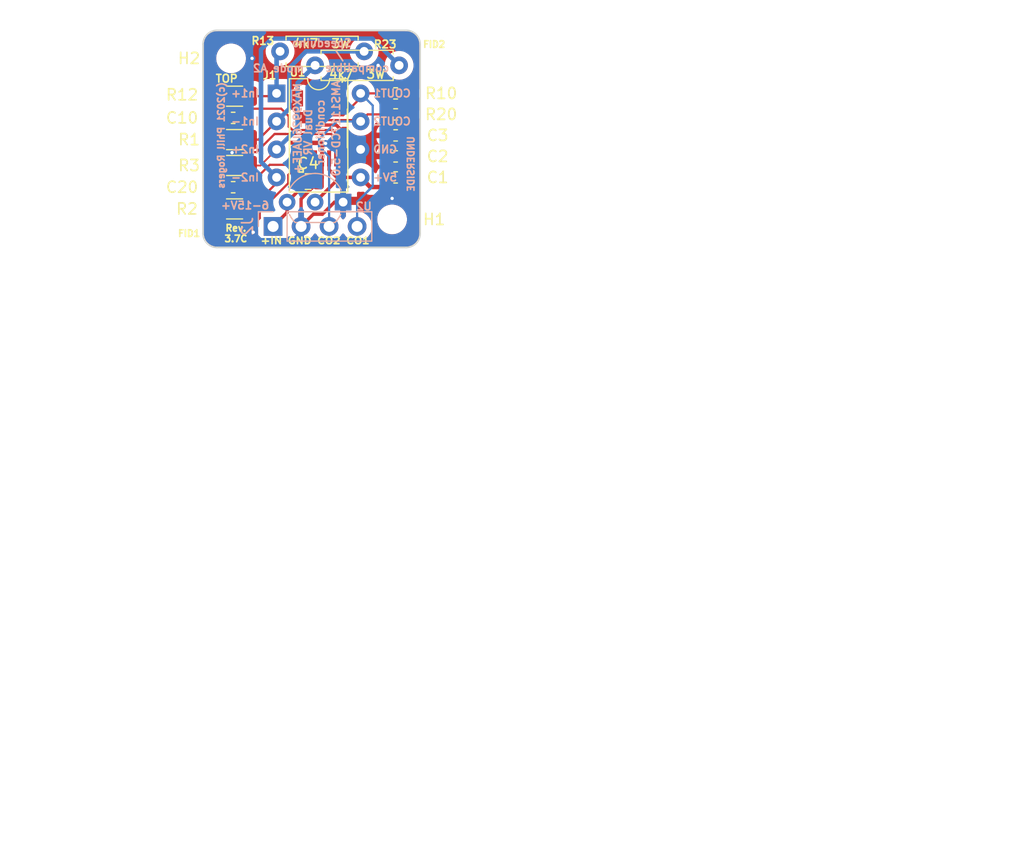
<source format=kicad_pcb>
(kicad_pcb (version 20240108) (generator "pcbnew") (generator_version "8.0")
  (title_block (title "Dual Variable Reluctance MAX9926 mode A2") (date "2021-04-24") (rev "3.7") (company "(c)2021 Phill Rogers @ TechColab.co.je") (comment 1 "Optional onboard regulator or 5V direct") (comment 2 "Optional power resistors") (comment 3 "Optional edge header for breadboard etc.") (comment 4 "M2 mounting holes"))
  (layers (0 "F.Cu" signal) (31 "B.Cu" signal) (34 "B.Paste" user) (35 "F.Paste" user) (36 "B.SilkS" user "B.Silkscreen") (37 "F.SilkS" user "F.Silkscreen") (38 "B.Mask" user) (39 "F.Mask" user) (44 "Edge.Cuts" user))
  (net 0 "")
  (net 1 "GND")
  (net 2 "VCC")
  (net 3 "Net-(U1-IN1-)")
  (net 4 "Net-(U1-IN1+)")
  (net 5 "Net-(U1-IN2-)")
  (net 6 "Net-(U1-IN2+)")
  (net 7 "Net-(J1-Pin_2)")
  (net 8 "Net-(J1-Pin_3)")
  (net 9 "Net-(J1-Pin_4)")
  (net 10 "Net-(J1-Pin_1)")
  (net 14 "/COUT1")
  (net 15 "/COUT2")
  (net 16 "+12V")
  (footprint "Capacitor_SMD:C_0603_1608Metric" (layer "F.Cu") (at 129.8575 109.855 180)
    (property "Reference" "C1" (at -3.81 0 0) (layer "F.SilkS"))
    (property "Value" "10n")
    (fp_line (start -0.162779 0.51) (end 0.162779 0.51) (stroke (width 0.12)) (layer "F.SilkS"))
    (fp_line (start -0.162779 -0.51) (end 0.162779 -0.51) (stroke (width 0.12)) (layer "F.SilkS"))
    (pad "1" smd roundrect (at -0.7875 0 180) (size 0.875 0.95) (layers "F.Cu" "F.Paste" "F.Mask") (net 2 "VCC"))
    (pad "2" smd roundrect (at 0.7875 0 180) (size 0.875 0.95) (layers "F.Cu" "F.Paste" "F.Mask") (net 1 "GND"))
  )
  (footprint "Capacitor_SMD:C_0603_1608Metric" (layer "F.Cu") (at 129.8575 107.95 180)
    (property "Reference" "C2" (at -3.81 0 0) (layer "F.SilkS"))
    (property "Value" "100n")
    (fp_line (start -0.162779 0.51) (end 0.162779 0.51) (stroke (width 0.12)) (layer "F.SilkS"))
    (fp_line (start -0.162779 -0.51) (end 0.162779 -0.51) (stroke (width 0.12)) (layer "F.SilkS"))
    (pad "1" smd roundrect (at -0.7875 0 180) (size 0.875 0.95) (layers "F.Cu" "F.Paste" "F.Mask") (net 2 "VCC"))
    (pad "2" smd roundrect (at 0.7875 0 180) (size 0.875 0.95) (layers "F.Cu" "F.Paste" "F.Mask") (net 1 "GND"))
  )
  (footprint "Capacitor_SMD:C_0603_1608Metric" (layer "F.Cu") (at 129.8575 106.045 180)
    (property "Reference" "C3" (at -3.81 0 0) (layer "F.SilkS"))
    (property "Value" "1u")
    (fp_line (start -0.162779 0.51) (end 0.162779 0.51) (stroke (width 0.12)) (layer "F.SilkS"))
    (fp_line (start -0.162779 -0.51) (end 0.162779 -0.51) (stroke (width 0.12)) (layer "F.SilkS"))
    (pad "1" smd roundrect (at -0.7875 0 180) (size 0.875 0.95) (layers "F.Cu" "F.Paste" "F.Mask") (net 2 "VCC"))
    (pad "2" smd roundrect (at 0.7875 0 180) (size 0.875 0.95) (layers "F.Cu" "F.Paste" "F.Mask") (net 1 "GND"))
  )
  (footprint "Capacitor_SMD:C_0805_2012Metric" (layer "F.Cu") (at 121.92 110.236)
    (property "Reference" "C4" (at 0 -1.65 0) (layer "F.SilkS"))
    (property "Value" "10u")
    (fp_line (start -0.258578 -0.71) (end 0.258578 -0.71) (stroke (width 0.12)) (layer "F.SilkS"))
    (fp_line (start -0.258578 0.71) (end 0.258578 0.71) (stroke (width 0.12)) (layer "F.SilkS"))
    (pad "1" smd roundrect (at -0.9375 0) (size 0.975 1.4) (layers "F.Cu" "F.Paste" "F.Mask") (net 16 "+12V"))
    (pad "2" smd roundrect (at 0.9375 0) (size 0.975 1.4) (layers "F.Cu" "F.Paste" "F.Mask") (net 1 "GND"))
  )
  (footprint "Capacitor_SMD:C_0603_1608Metric" (layer "F.Cu") (at 115.1255 104.4575)
    (property "Reference" "C10" (at -4.6355 0 0) (layer "F.SilkS"))
    (property "Value" "1n")
    (fp_line (start -0.162779 -0.51) (end 0.162779 -0.51) (stroke (width 0.12)) (layer "F.SilkS"))
    (fp_line (start -0.162779 0.51) (end 0.162779 0.51) (stroke (width 0.12)) (layer "F.SilkS"))
    (pad "1" smd roundrect (at -0.7875 0) (size 0.875 0.95) (layers "F.Cu" "F.Paste" "F.Mask") (net 4 "Net-(U1-IN1+)"))
    (pad "2" smd roundrect (at 0.7875 0) (size 0.875 0.95) (layers "F.Cu" "F.Paste" "F.Mask") (net 3 "Net-(U1-IN1-)"))
  )
  (footprint "Capacitor_SMD:C_0603_1608Metric" (layer "F.Cu") (at 115.1255 110.744 180)
    (property "Reference" "C20" (at 4.6355 0 0) (layer "F.SilkS"))
    (property "Value" "1n")
    (fp_line (start -0.162779 0.51) (end 0.162779 0.51) (stroke (width 0.12)) (layer "F.SilkS"))
    (fp_line (start -0.162779 -0.51) (end 0.162779 -0.51) (stroke (width 0.12)) (layer "F.SilkS"))
    (pad "1" smd roundrect (at -0.7875 0 180) (size 0.875 0.95) (layers "F.Cu" "F.Paste" "F.Mask") (net 5 "Net-(U1-IN2-)"))
    (pad "2" smd roundrect (at 0.7875 0 180) (size 0.875 0.95) (layers "F.Cu" "F.Paste" "F.Mask") (net 6 "Net-(U1-IN2+)"))
  )
  (footprint "Resistor_SMD:R_1206_3216Metric" (layer "F.Cu") (at 115.2525 108.7755)
    (property "Reference" "R3" (at -4.1275 0 0) (layer "F.SilkS"))
    (property "Value" "10k")
    (fp_line (start -0.727064 -0.91) (end 0.727064 -0.91) (stroke (width 0.12)) (layer "F.SilkS"))
    (fp_line (start -0.727064 0.91) (end 0.727064 0.91) (stroke (width 0.12)) (layer "F.SilkS"))
    (pad "1" smd roundrect (at -1.4625 0) (size 1.125 1.75) (layers "F.Cu" "F.Paste" "F.Mask") (roundrect_rratio 0.222222) (net 6 "Net-(U1-IN2+)"))
    (pad "2" smd roundrect (at 1.4625 0) (size 1.125 1.75) (layers "F.Cu" "F.Paste" "F.Mask") (roundrect_rratio 0.222222) (net 8 "Net-(J1-Pin_3)"))
  )
  (footprint "Resistor_SMD:R_1206_3216Metric" (layer "F.Cu") (at 115.2525 112.7125)
    (property "Reference" "R2" (at -4.318 0 0) (layer "F.SilkS"))
    (property "Value" "10k")
    (fp_line (start -0.727064 -0.91) (end 0.727064 -0.91) (stroke (width 0.12)) (layer "F.SilkS"))
    (fp_line (start -0.727064 0.91) (end 0.727064 0.91) (stroke (width 0.12)) (layer "F.SilkS"))
    (pad "1" smd roundrect (at -1.4625 0) (size 1.125 1.75) (layers "F.Cu" "F.Paste" "F.Mask") (roundrect_rratio 0.222222) (net 5 "Net-(U1-IN2-)"))
    (pad "2" smd roundrect (at 1.4625 0) (size 1.125 1.75) (layers "F.Cu" "F.Paste" "F.Mask") (roundrect_rratio 0.222222) (net 9 "Net-(J1-Pin_4)"))
  )
  (footprint "Resistor_SMD:R_1206_3216Metric" (layer "F.Cu") (at 115.2525 106.426)
    (property "Reference" "R1" (at -4.1275 0 0) (layer "F.SilkS"))
    (property "Value" "10k")
    (fp_line (start -0.727064 -0.91) (end 0.727064 -0.91) (stroke (width 0.12)) (layer "F.SilkS"))
    (fp_line (start -0.727064 0.91) (end 0.727064 0.91) (stroke (width 0.12)) (layer "F.SilkS"))
    (pad "1" smd roundrect (at -1.4625 0) (size 1.125 1.75) (layers "F.Cu" "F.Paste" "F.Mask") (roundrect_rratio 0.222222) (net 3 "Net-(U1-IN1-)"))
    (pad "2" smd roundrect (at 1.4625 0) (size 1.125 1.75) (layers "F.Cu" "F.Paste" "F.Mask") (roundrect_rratio 0.222222) (net 7 "Net-(J1-Pin_2)"))
  )
  (footprint "Fiducial:Fiducial_0.5mm_Mask1mm" (layer "F.Cu") (at 113.665 114.935)
    (property "Reference" "FID1" (at -2.54 0 0) (layer "F.SilkS") (effects (font (size 0.6 0.6))))
    (property "Value" "Fiducial")
    (pad "" smd circle (at 0 0) (size 0.5 0.5) (layers "F.Cu" "F.Mask") (clearance 0.25))
  )
  (footprint "Fiducial:Fiducial_0.5mm_Mask1mm" (layer "F.Cu") (at 130.81 97.79)
    (property "Reference" "FID2" (at 2.54 0 0) (layer "F.SilkS") (effects (font (size 0.6 0.6))))
    (property "Value" "Fiducial")
    (pad "" smd circle (at 0 0) (size 0.5 0.5) (layers "F.Cu" "F.Mask") (clearance 0.25))
  )
  (footprint "Package_DIP:DIP-8_W7.62mm" (layer "F.Cu") (at 119.0625 102.235)
    (property "Reference" "J1" (at -0.635 -1.64 0) (layer "F.SilkS") (effects (font (size 0.7 0.7))))
    (property "Value" "8-pin header")
    (fp_line (start 1.16 -1.33) (end 1.16 8.95) (stroke (width 0.12)) (layer "F.SilkS"))
    (fp_line (start 1.16 8.95) (end 6.46 8.95) (stroke (width 0.12)) (layer "F.SilkS"))
    (fp_line (start 2.81 -1.33) (end 1.16 -1.33) (stroke (width 0.12)) (layer "F.SilkS"))
    (fp_line (start 6.46 -1.33) (end 4.81 -1.33) (stroke (width 0.12)) (layer "F.SilkS"))
    (fp_line (start 6.46 8.95) (end 6.46 -1.33) (stroke (width 0.12)) (layer "F.SilkS"))
    (fp_arc (start 4.81 -1.33) (mid 3.81 -0.33) (end 2.81 -1.33) (stroke (width 0.12)) (layer "F.SilkS"))
    (pad "1" thru_hole rect (at 0 0) (size 1.6 1.6) (drill 0.8) (layers "*.Cu" "*.Mask") (net 10 "Net-(J1-Pin_1)"))
    (pad "2" thru_hole oval (at 0 2.54) (size 1.6 1.6) (drill 0.8) (layers "*.Cu" "*.Mask") (net 7 "Net-(J1-Pin_2)"))
    (pad "3" thru_hole oval (at 0 5.08) (size 1.6 1.6) (drill 0.8) (layers "*.Cu" "*.Mask") (net 8 "Net-(J1-Pin_3)"))
    (pad "4" thru_hole oval (at 0 7.62) (size 1.6 1.6) (drill 0.8) (layers "*.Cu" "*.Mask") (net 9 "Net-(J1-Pin_4)"))
    (pad "5" thru_hole oval (at 7.62 7.62) (size 1.6 1.6) (drill 0.8) (layers "*.Cu" "*.Mask") (net 2 "VCC"))
    (pad "6" thru_hole oval (at 7.62 5.08) (size 1.6 1.6) (drill 0.8) (layers "*.Cu" "*.Mask") (net 1 "GND"))
    (pad "7" thru_hole oval (at 7.62 2.54) (size 1.6 1.6) (drill 0.8) (layers "*.Cu" "*.Mask") (net 15 "/COUT2"))
    (pad "8" thru_hole oval (at 7.62 0) (size 1.6 1.6) (drill 0.8) (layers "*.Cu" "*.Mask") (net 14 "/COUT1"))
  )
  (footprint "Resistor_SMD:R_0603_1608Metric_Pad1.05x0.95mm_HandSolder" (layer "F.Cu") (at 129.8575 102.235 180)
    (property "Reference" "R10" (at -4.1275 0 0) (layer "F.SilkS"))
    (property "Value" "1k")
    (fp_line (start -0.171267 0.51) (end 0.171267 0.51) (stroke (width 0.12)) (layer "F.SilkS"))
    (fp_line (start -0.171267 -0.51) (end 0.171267 -0.51) (stroke (width 0.12)) (layer "F.SilkS"))
    (pad "1" smd roundrect (at -0.875 0 180) (size 1.05 0.95) (layers "F.Cu" "F.Paste" "F.Mask") (net 2 "VCC"))
    (pad "2" smd roundrect (at 0.875 0 180) (size 1.05 0.95) (layers "F.Cu" "F.Paste" "F.Mask") (net 14 "/COUT1"))
  )
  (footprint "Resistor_SMD:R_0603_1608Metric_Pad1.05x0.95mm_HandSolder" (layer "F.Cu") (at 129.8575 104.14 180)
    (property "Reference" "R20" (at -4.1275 0 0) (layer "F.SilkS"))
    (property "Value" "1k")
    (fp_line (start -0.171267 0.51) (end 0.171267 0.51) (stroke (width 0.12)) (layer "F.SilkS"))
    (fp_line (start -0.171267 -0.51) (end 0.171267 -0.51) (stroke (width 0.12)) (layer "F.SilkS"))
    (pad "1" smd roundrect (at -0.875 0 180) (size 1.05 0.95) (layers "F.Cu" "F.Paste" "F.Mask") (net 2 "VCC"))
    (pad "2" smd roundrect (at 0.875 0 180) (size 1.05 0.95) (layers "F.Cu" "F.Paste" "F.Mask") (net 15 "/COUT2"))
  )
  (footprint "MAX9926UAEE+:MAX9926UAEE&plus_" (layer "F.Cu") (at 122.8725 105.41 -90)
    (property "Reference" "U1" (at -5.08 1.905 180) (layer "F.SilkS") (effects (font (size 0.7 0.7))))
    (property "Value" "MAX9926UAEE+" (at 0 1.905 90) (layer "B.SilkS") (effects (font (size 0.7 0.7)) (justify mirror)))
    (fp_line (start -1.741055 2.6162) (end 1.741055 2.6162) (stroke (width 0.1524)) (layer "F.SilkS"))
    (fp_line (start 3.702799 1.778) (end 3.702799 1.397) (stroke (width 0.1524)) (layer "F.SilkS"))
    (fp_line (start 3.956799 1.778) (end 3.702799 1.778) (stroke (width 0.1524)) (layer "F.SilkS"))
    (fp_line (start 3.702799 1.397) (end 3.956799 1.397) (stroke (width 0.1524)) (layer "F.SilkS"))
    (fp_line (start 3.956799 1.397) (end 3.956799 1.778) (stroke (width 0.1524)) (layer "F.SilkS"))
    (fp_line (start 1.741055 -2.6162) (end -1.741055 -2.6162) (stroke (width 0.1524)) (layer "F.SilkS"))
    (fp_text user "*" (at -4.445 -2.54 90) (layer "F.SilkS"))
    (fp_text user "*" (at -4.445 -2.54 90) (layer "F.SilkS"))
    (pad "1" smd rect (at -2.721348 -2.2225 270) (size 1.454899 0.3548) (layers "F.Cu" "F.Paste" "F.Mask") (net 1 "GND"))
    (pad "2" smd rect (at -2.721348 -1.5875 270) (size 1.454899 0.3548) (layers "F.Cu" "F.Paste" "F.Mask"))
    (pad "3" smd rect (at -2.721348 -0.9525 270) (size 1.454899 0.3548) (layers "F.Cu" "F.Paste" "F.Mask") (net 1 "GND"))
    (pad "4" smd rect (at -2.721348 -0.3175 270) (size 1.454899 0.3548) (layers "F.Cu" "F.Paste" "F.Mask") (net 14 "/COUT1"))
    (pad "5" smd rect (at -2.721348 0.3175 270) (size 1.454899 0.3548) (layers "F.Cu" "F.Paste" "F.Mask") (net 15 "/COUT2"))
    (pad "6" smd rect (at -2.721348 0.9525 270) (size 1.454899 0.3548) (layers "F.Cu" "F.Paste" "F.Mask") (net 1 "GND"))
    (pad "7" smd rect (at -2.721348 1.5875 270) (size 1.454899 0.3548) (layers "F.Cu" "F.Paste" "F.Mask"))
    (pad "8" smd rect (at -2.721348 2.2225 270) (size 1.454899 0.3548) (layers "F.Cu" "F.Paste" "F.Mask") (net 1 "GND"))
    (pad "9" smd rect (at 2.721348 2.2225 270) (size 1.454899 0.3548) (layers "F.Cu" "F.Paste" "F.Mask") (net 6 "Net-(U1-IN2+)"))
    (pad "10" smd rect (at 2.721348 1.5875 270) (size 1.454899 0.3548) (layers "F.Cu" "F.Paste" "F.Mask") (net 5 "Net-(U1-IN2-)"))
    (pad "11" smd rect (at 2.721348 0.9525 270) (size 1.454899 0.3548) (layers "F.Cu" "F.Paste" "F.Mask") (net 1 "GND"))
    (pad "12" smd rect (at 2.721348 0.3175 270) (size 1.454899 0.3548) (layers "F.Cu" "F.Paste" "F.Mask"))
    (pad "13" smd rect (at 2.721348 -0.3175 270) (size 1.454899 0.3548) (layers "F.Cu" "F.Paste" "F.Mask") (net 1 "GND"))
    (pad "14" smd rect (at 2.721348 -0.9525 270) (size 1.454899 0.3548) (layers "F.Cu" "F.Paste" "F.Mask") (net 2 "VCC"))
    (pad "15" smd rect (at 2.721348 -1.5875 270) (size 1.454899 0.3548) (layers "F.Cu" "F.Paste" "F.Mask") (net 3 "Net-(U1-IN1-)"))
    (pad "16" smd rect (at 2.721348 -2.2225 270) (size 1.454899 0.3548) (layers "F.Cu" "F.Paste" "F.Mask") (net 4 "Net-(U1-IN1+)"))
  )
  (footprint "Resistor_THT:R_Axial_DIN0207_L6.3mm_D2.5mm_P7.62mm_Horizontal" (layer "F.Cu") (at 119.38 98.425)
    (property "Reference" "R13" (at -1.567718 -0.950469 0) (layer "F.SilkS") (effects (font (size 0.7 0.7))))
    (property "Value" "4.7k")
    (fp_line (start 0.54 -1.37) (end 7.08 -1.37) (stroke (width 0.12)) (layer "F.SilkS"))
    (fp_line (start 0.54 -1.04) (end 0.54 -1.37) (stroke (width 0.12)) (layer "F.SilkS"))
    (fp_line (start 0.54 1.04) (end 0.54 1.37) (stroke (width 0.12)) (layer "F.SilkS"))
    (fp_line (start 0.54 1.37) (end 7.08 1.37) (stroke (width 0.12)) (layer "F.SilkS"))
    (fp_line (start 7.08 -1.37) (end 7.08 -1.04) (stroke (width 0.12)) (layer "F.SilkS"))
    (fp_line (start 7.08 1.37) (end 7.08 1.04) (stroke (width 0.12)) (layer "F.SilkS"))
    (pad "1" thru_hole circle (at 0 0) (size 1.6 1.6) (drill 0.8) (layers "*.Cu" "*.Mask") (net 10 "Net-(J1-Pin_1)"))
    (pad "2" thru_hole oval (at 7.62 0) (size 1.6 1.6) (drill 0.8) (layers "*.Cu" "*.Mask") (net 7 "Net-(J1-Pin_2)"))
  )
  (footprint "Resistor_THT:R_Axial_DIN0207_L6.3mm_D2.5mm_P7.62mm_Horizontal" (layer "F.Cu") (at 122.555 99.695)
    (property "Reference" "R23" (at 6.35 -1.905 0) (layer "F.SilkS") (effects (font (size 0.7 0.7))))
    (property "Value" "4.7k")
    (fp_line (start 0.54 -1.37) (end 7.08 -1.37) (stroke (width 0.12)) (layer "F.SilkS"))
    (fp_line (start 0.54 -1.04) (end 0.54 -1.37) (stroke (width 0.12)) (layer "F.SilkS"))
    (fp_line (start 0.54 1.04) (end 0.54 1.37) (stroke (width 0.12)) (layer "F.SilkS"))
    (fp_line (start 0.54 1.37) (end 7.08 1.37) (stroke (width 0.12)) (layer "F.SilkS"))
    (fp_line (start 7.08 -1.37) (end 7.08 -1.04) (stroke (width 0.12)) (layer "F.SilkS"))
    (fp_line (start 7.08 1.37) (end 7.08 1.04) (stroke (width 0.12)) (layer "F.SilkS"))
    (pad "1" thru_hole circle (at 0 0) (size 1.6 1.6) (drill 0.8) (layers "*.Cu" "*.Mask") (net 8 "Net-(J1-Pin_3)"))
    (pad "2" thru_hole oval (at 7.62 0) (size 1.6 1.6) (drill 0.8) (layers "*.Cu" "*.Mask") (net 9 "Net-(J1-Pin_4)"))
  )
  (footprint "MountingHole:MountingHole_2.2mm_M2" (layer "F.Cu") (at 129.54 113.665)
    (property "Reference" "H1" (at 3.81 0 0) (layer "F.SilkS"))
    (property "Value" "MountingHole")
    (pad "" np_thru_hole circle (at 0 0) (size 2.2 2.2) (drill 2.2) (layers "*.Cu" "*.Mask"))
  )
  (footprint "MountingHole:MountingHole_2.2mm_M2" (layer "F.Cu") (at 114.935 99.06)
    (property "Reference" "H2" (at -3.81 0 0) (layer "F.SilkS"))
    (property "Value" "MountingHole")
    (pad "" np_thru_hole circle (at 0 0) (size 2.2 2.2) (drill 2.2) (layers "*.Cu" "*.Mask"))
  )
  (footprint "Resistor_SMD:R_1206_3216Metric" (layer "F.Cu") (at 115.2525 102.489)
    (property "Reference" "R12" (at -4.7625 -0.127 0) (layer "F.SilkS"))
    (property "Value" "10k")
    (fp_line (start -0.727064 -0.91) (end 0.727064 -0.91) (stroke (width 0.12)) (layer "F.SilkS"))
    (fp_line (start -0.727064 0.91) (end 0.727064 0.91) (stroke (width 0.12)) (layer "F.SilkS"))
    (pad "1" smd roundrect (at -1.4625 0) (size 1.125 1.75) (layers "F.Cu" "F.Paste" "F.Mask") (roundrect_rratio 0.222222) (net 4 "Net-(U1-IN1+)"))
    (pad "2" smd roundrect (at 1.4625 0) (size 1.125 1.75) (layers "F.Cu" "F.Paste" "F.Mask") (roundrect_rratio 0.222222) (net 10 "Net-(J1-Pin_1)"))
  )
  (footprint "Connector_PinHeader_2.54mm:PinHeader_1x04_P2.54mm_Vertical" (layer "B.Cu") (at 118.745 114.3 -90)
    (property "Reference" "J2" (at 0 2.33 -90) (layer "B.SilkS") (effects (justify mirror)))
    (property "Value" "Edge")
    (fp_line (start -1.33 1.33) (end -1.33 0) (stroke (width 0.12)) (layer "B.SilkS"))
    (fp_line (start 0 1.33) (end -1.33 1.33) (stroke (width 0.12)) (layer "B.SilkS"))
    (fp_line (start 1.33 -1.27) (end -1.33 -1.27) (stroke (width 0.12)) (layer "B.SilkS"))
    (fp_line (start -1.33 -8.95) (end -1.33 -1.27) (stroke (width 0.12)) (layer "B.SilkS"))
    (fp_line (start 1.33 -8.95) (end 1.33 -1.27) (stroke (width 0.12)) (layer "B.SilkS"))
    (fp_line (start 1.33 -8.95) (end -1.33 -8.95) (stroke (width 0.12)) (layer "B.SilkS"))
    (pad "1" thru_hole rect (at 0 0 270) (size 1.7 1.7) (drill 1) (layers "*.Cu" "*.Mask") (net 16 "+12V"))
    (pad "2" thru_hole oval (at 0 -2.54 270) (size 1.7 1.7) (drill 1) (layers "*.Cu" "*.Mask") (net 1 "GND"))
    (pad "3" thru_hole oval (at 0 -5.08 270) (size 1.7 1.7) (drill 1) (layers "*.Cu" "*.Mask") (net 15 "/COUT2"))
    (pad "4" thru_hole oval (at 0 -7.62 270) (size 1.7 1.7) (drill 1) (layers "*.Cu" "*.Mask") (net 14 "/COUT1"))
  )
  (footprint "Package_TO_SOT_THT:TO-92_Inline_Wide" (layer "B.Cu") (at 125.095 112.095 180)
    (property "Reference" "U2" (at -1.886822 -0.389805 0) (layer "B.SilkS") (effects (font (size 0.7 0.7)) (justify mirror)))
    (property "Value" "AMS1117CD-5.0")
    (fp_line (start 0.74 -1.85) (end 4.34 -1.85) (stroke (width 0.12)) (layer "B.SilkS"))
    (fp_arc (start 4.8964 1.098807) (mid 3.936979 2.192817) (end 2.54 2.6) (stroke (width 0.12)) (layer "B.SilkS"))
    (fp_arc (start 4.34 -1.85) (mid 4.633903 -1.509328) (end 4.864184 -1.122795) (stroke (width 0.12)) (layer "B.SilkS"))
    (fp_arc (start 2.54 2.6) (mid 1.143021 2.192818) (end 0.1836 1.098807) (stroke (width 0.12)) (layer "B.SilkS"))
    (fp_arc (start 0.215816 -1.122795) (mid 0.446097 -1.509328) (end 0.74 -1.85) (stroke (width 0.12)) (layer "B.SilkS"))
    (pad "1" thru_hole rect (at 0 0 90) (size 1.5 1.5) (drill 0.8) (layers "*.Cu" "*.Mask") (net 1 "GND"))
    (pad "2" thru_hole circle (at 2.54 0 90) (size 1.5 1.5) (drill 0.8) (layers "*.Cu" "*.Mask") (net 2 "VCC"))
    (pad "3" thru_hole circle (at 5.08 0 90) (size 1.5 1.5) (drill 0.8) (layers "*.Cu" "*.Mask") (net 16 "+12V"))
  )
  (gr_line (start 113.665 96.52) (end 130.81 96.52) (stroke (width 0.15)) (layer "Edge.Cuts"))
  (gr_line (start 132.08 97.79) (end 132.08 114.935) (stroke (width 0.15)) (layer "Edge.Cuts"))
  (gr_line (start 130.81 116.205) (end 113.665 116.205) (stroke (width 0.15)) (layer "Edge.Cuts"))
  (gr_line (start 112.395 114.935) (end 112.395 97.79) (stroke (width 0.15)) (layer "Edge.Cuts"))
  (gr_arc (start 130.81 96.52) (mid 131.708026 96.891974) (end 132.08 97.79) (stroke (width 0.15)) (layer "Edge.Cuts"))
  (gr_arc (start 132.08 114.935) (mid 131.708026 115.833026) (end 130.81 116.205) (stroke (width 0.15)) (layer "Edge.Cuts"))
  (gr_arc (start 113.665 116.205) (mid 112.766974 115.833026) (end 112.395 114.935) (stroke (width 0.15)) (layer "Edge.Cuts"))
  (gr_arc (start 112.395 97.79) (mid 112.766974 96.891974) (end 113.665 96.52) (stroke (width 0.15)) (layer "Edge.Cuts"))
  (gr_text "COUT1" (at 129.54 102.235 0) (layer "B.SilkS") (effects (font (size 0.7 0.7)) (justify mirror)))
  (gr_text "COUT2" (at 129.54 104.775 0) (layer "B.SilkS") (effects (font (size 0.7 0.7)) (justify mirror)))
  (gr_text "GND" (at 128.905 107.315 0) (layer "B.SilkS") (effects (font (size 0.7 0.7)) (justify mirror)))
  (gr_text "5V+" (at 128.905 109.855 0) (layer "B.SilkS") (effects (font (size 0.7 0.7)) (justify mirror)))
  (gr_text "In1+" (at 116.205 102.235 0) (layer "B.SilkS") (effects (font (size 0.7 0.7)) (justify mirror)))
  (gr_text "In1-" (at 116.205 104.775 0) (layer "B.SilkS") (effects (font (size 0.7 0.7)) (justify mirror)))
  (gr_text "In2+" (at 116.205 107.315 0) (layer "B.SilkS") (effects (font (size 0.7 0.7)) (justify mirror)))
  (gr_text "In2-" (at 116.205 109.855 0) (layer "B.SilkS") (effects (font (size 0.7 0.7)) (justify mirror)))
  (gr_text "6-15V+" (at 116.205 112.395 0) (layer "B.SilkS") (effects (font (size 0.7 0.7)) (justify mirror)))
  (gr_text "Dual VR\nconditioner" (at 122.484606 105.754681 90) (layer "B.SilkS") (effects (font (size 0.7 0.7)) (justify mirror)))
  (gr_text "AMS1117CD-5.0" (at 124.46 105.41 90) (layer "B.SilkS") (effects (font (size 0.7 0.7)) (justify mirror)))
  (gr_text "(c)2021 Phill Rogers" (at 114.04 106.045 90) (layer "B.SilkS") (effects (font (size 0.6 0.6)) (justify mirror)))
  (gr_text "UNDERSIDE" (at 131.253348 108.635586 90) (layer "B.SilkS") (effects (font (size 0.6 0.6)) (justify mirror)))
  (gr_text "            Speeduino\n      /\ncompatible" (at 126.365 98.795 0) (layer "B.SilkS") (effects (font (size 0.7 0.7)) (justify mirror)))
  (gr_text "mode A2" (at 119.237897 99.961048 0) (layer "B.SilkS") (effects (font (size 0.7 0.7)) (justify mirror)))
  (gr_text "4k7  3W" (at 123.19 97.715 0) (layer "F.SilkS") (effects (font (size 0.8 0.8))))
  (gr_text "4k7  3W" (at 126.365 100.495 0) (layer "F.SilkS") (effects (font (size 0.8 0.8))))
  (gr_text "Rev.\n3.7C" (at 115.37 114.935 0) (layer "F.SilkS") (effects (font (size 0.6 0.6))))
  (gr_text "TOP" (at 114.54 100.895 0) (layer "F.SilkS") (effects (font (size 0.7 0.7))))
  (gr_text "+IN GND CO2 CO1" (at 122.555 115.595 0) (layer "F.SilkS") (effects (font (size 0.6 0.7))))
  (segment (start 121.92 103.588504) (end 121.92 103.617511) (width 0.3) (layer "F.Cu") (net 1))
  (segment (start 123.19 107.103899) (end 123.19 108.131348) (width 0.3) (layer "F.Cu") (net 1))
  (segment (start 127.3175 107.95) (end 126.6825 107.315) (width 0.3) (layer "F.Cu") (net 1))
  (segment (start 128.9825 107.95) (end 127.3175 107.95) (width 0.3) (layer "F.Cu") (net 1))
  (segment (start 128.9825 107.95) (end 128.9825 106.045) (width 0.4) (layer "F.Cu") (net 1))
  (segment (start 128.9825 107.95) (end 128.9825 109.855) (width 0.4) (layer "F.Cu") (net 1))
  (segment (start 121.92 103.588504) (end 121.92 102.688652) (width 0.3) (layer "F.Cu") (net 1))
  (segment (start 124.002599 103.766103) (end 124.917401 103.766103) (width 0.3) (layer "F.Cu") (net 1))
  (segment (start 125.095 103.588504) (end 125.095 102.688652) (width 0.3) (layer "F.Cu") (net 1))
  (segment (start 123.825 103.588504) (end 124.002599 103.766103) (width 0.3) (layer "F.Cu") (net 1))
  (segment (start 123.825 102.688652) (end 123.825 103.588504) (width 0.3) (layer "F.Cu") (net 1))
  (segment (start 121.92 101.788801) (end 122.097599 101.611202) (width 0.3) (layer "F.Cu") (net 1))
  (segment (start 123.647401 101.611202) (end 123.825 101.788801) (width 0.3) (layer "F.Cu") (net 1))
  (segment (start 121.92 102.688652) (end 121.92 101.788801) (width 0.3) (layer "F.Cu") (net 1))
  (segment (start 123.825 101.788801) (end 123.825 102.688652) (width 0.3) (layer "F.Cu") (net 1))
  (segment (start 124.917401 103.766103) (end 125.095 103.588504) (width 0.3) (layer "F.Cu") (net 1))
  (segment (start 122.097599 101.611202) (end 123.647401 101.611202) (width 0.3) (layer "F.Cu") (net 1))
  (segment (start 123.19 107.08951) (end 123.5075 106.77201) (width 0.3) (layer "F.Cu") (net 1))
  (segment (start 123.19 108.131348) (end 123.19 107.08951) (width 0.3) (layer "F.Cu") (net 1))
  (segment (start 129.54 111.76) (end 129.54 111.76) (width 0.3) (layer "F.Cu") (net 1))
  (segment (start 115.02401 107.60699) (end 115.02401 107.60699) (width 0.16) (layer "F.Cu") (net 1))
  (segment (start 114.58575 114.58575) (end 114.58575 115.41125) (width 0.3) (layer "F.Cu") (net 1))
  (segment (start 131.60751 110.96249) (end 130.81 111.76) (width 0.3) (layer "F.Cu") (net 1))
  (segment (start 113.93751 113.93751) (end 114.58575 114.58575) (width 0.3) (layer "F.Cu") (net 1))
  (segment (start 114.7445 115.57) (end 130.8735 115.57) (width 0.3) (layer "F.Cu") (net 1))
  (segment (start 122.8575 110.236) (end 121.285 111.8085) (width 0.3) (layer "F.Cu") (net 1))
  (segment (start 121.285 111.8085) (end 121.285 114.3) (width 0.3) (layer "F.Cu") (net 1))
  (segment (start 129.54 111.76) (end 125.43 111.76) (width 0.3) (layer "F.Cu") (net 1))
  (segment (start 116.205 100.965) (end 116.84 100.33) (width 0.3) (layer "F.Cu") (net 1))
  (segment (start 116.84 99.06) (end 116.84 97.79) (width 0.3) (layer "F.Cu") (net 1))
  (segment (start 121.92 104.14) (end 121.201496 104.14) (width 0.3) (layer "F.Cu") (net 1))
  (segment (start 114.19851 107.60699) (end 115.02401 107.60699) (width 0.16) (layer "F.Cu") (net 1))
  (segment (start 124.587 105.2195) (end 126.6825 107.315) (width 0.3) (layer "F.Cu") (net 1))
  (segment (start 122.251889 106.77201) (end 122.64701 106.77201) (width 0.3) (layer "F.Cu") (net 1))
  (segment (start 116.84 100.33) (end 116.84 99.06) (width 0.3) (layer "F.Cu") (net 1))
  (segment (start 116.84 97.79) (end 117.475 97.155) (width 0.3) (layer "F.Cu") (net 1))
  (segment (start 121.92 108.131348) (end 121.92 107.103899) (width 0.3) (layer "F.Cu") (net 1))
  (segment (start 113.03 100.965) (end 116.205 100.965) (width 0.3) (layer "F.Cu") (net 1))
  (segment (start 121.201496 104.14) (end 120.65 103.588504) (width 0.3) (layer "F.Cu") (net 1))
  (segment (start 112.87749 113.586036) (end 113.228964 113.93751) (width 0.3) (layer "F.Cu") (net 1))
  (segment (start 121.92 104.14) (end 122.887979 105.107979) (width 0.3) (layer "F.Cu") (net 1))
  (segment (start 130.8735 115.57) (end 131.445 114.9985) (width 0.3) (layer "F.Cu") (net 1))
  (segment (start 122.64701 106.77201) (end 122.46299 106.77201) (width 0.3) (layer "F.Cu") (net 1))
  (segment (start 121.92 103.588504) (end 121.92 104.14) (width 0.3) (layer "F.Cu") (net 1))
  (segment (start 121.92 107.103899) (end 122.251889 106.77201) (width 0.3) (layer "F.Cu") (net 1))
  (segment (start 125.43 111.76) (end 125.095 112.095) (width 0.3) (layer "F.Cu") (net 1))
  (segment (start 123.5075 106.77201) (end 122.64701 106.77201) (width 0.3) (layer "F.Cu") (net 1))
  (segment (start 122.887979 105.107979) (end 124.475479 105.107979) (width 0.3) (layer "F.Cu") (net 1))
  (segment (start 123.217497 113.195001) (end 124.317498 112.095) (width 0.3) (layer "F.Cu") (net 1))
  (segment (start 121.285 114.3) (end 122.389999 113.195001) (width 0.3) (layer "F.Cu") (net 1))
  (segment (start 112.87749 107.60699) (end 112.87749 113.586036) (width 0.3) (layer "F.Cu") (net 1))
  (segment (start 113.228964 113.93751) (end 113.93751 113.93751) (width 0.3) (layer "F.Cu") (net 1))
  (segment (start 114.58575 115.41125) (end 114.7445 115.57) (width 0.3) (layer "F.Cu") (net 1))
  (segment (start 131.60751 101.12751) (end 131.60751 110.96249) (width 0.3) (layer "F.Cu") (net 1))
  (segment (start 123.19 109.9035) (end 122.8575 110.236) (width 0.3) (layer "F.Cu") (net 1))
  (segment (start 112.87749 107.60699) (end 112.87749 101.11751) (width 0.3) (layer "F.Cu") (net 1))
  (segment (start 124.475479 105.107979) (end 124.587 105.2195) (width 0.3) (layer "F.Cu") (net 1))
  (segment (start 114.30854 107.60699) (end 114.19851 107.60699) (width 0.16) (layer "F.Cu") (net 1))
  (segment (start 112.87749 101.11751) (end 113.03 100.965) (width 0.3) (layer "F.Cu") (net 1))
  (segment (start 117.475 97.155) (end 128.905 97.155) (width 0.3) (layer "F.Cu") (net 1))
  (segment (start 125.095 112.095) (end 124.317498 112.095) (width 0.3) (layer "F.Cu") (net 1))
  (segment (start 114.19851 107.60699) (end 112.87749 107.60699) (width 0.16) (layer "F.Cu") (net 1))
  (segment (start 122.389999 113.195001) (end 123.217497 113.195001) (width 0.3) (layer "F.Cu") (net 1))
  (segment (start 123.19 108.131348) (end 123.19 109.9035) (width 0.3) (layer "F.Cu") (net 1))
  (segment (start 128.905 97.155) (end 129.54 97.79) (width 0.3) (layer "F.Cu") (net 1))
  (segment (start 120.65 103.588504) (end 120.65 102.688652) (width 0.3) (layer "F.Cu") (net 1))
  (segment (start 130.81 111.76) (end 129.54 111.76) (width 0.3) (layer "F.Cu") (net 1))
  (segment (start 121.92 104.14) (end 121.92 104.14) (width 0.3) (layer "F.Cu") (net 1))
  (segment (start 131.445 100.965) (end 131.60751 101.12751) (width 0.3) (layer "F.Cu") (net 1))
  (via (at 123.5075 106.77201) (size 0.6) (drill 0.3) (layers "F.Cu" "B.Cu") (net 1))
  (via (at 116.84 99.06) (size 0.6) (drill 0.3) (layers "F.Cu" "B.Cu") (net 1))
  (via (at 116.944999 114.830001) (size 0.6) (drill 0.3) (layers "F.Cu" "B.Cu") (net 1))
  (via (at 129.54 111.76) (size 0.6) (drill 0.3) (layers "F.Cu" "B.Cu") (net 1))
  (via (at 128.27 99.695) (size 0.6) (drill 0.3) (layers "F.Cu" "B.Cu") (net 1))
  (via (at 115.02401 107.60699) (size 0.6) (drill 0.3) (layers "F.Cu" "B.Cu") (net 1))
  (segment (start 123.5075 106.68) (end 123.5075 106.68) (width 0.3) (layer "B.Cu") (net 1))
  (segment (start 126.6825 107.315) (end 124.05049 107.315) (width 0.3) (layer "B.Cu") (net 1))
  (segment (start 124.05049 107.315) (end 123.5075 106.77201) (width 0.3) (layer "B.Cu") (net 1))
  (segment (start 116.84 99.06) (end 116.84 99.06) (width 0.3) (layer "B.Cu") (net 1))
  (segment (start 116.944999 114.830001) (end 116.84 114.725002) (width 0.3) (layer "B.Cu") (net 1))
  (segment (start 117.614999 115.500001) (end 120.084999 115.500001) (width 0.3) (layer "B.Cu") (net 1))
  (segment (start 130.879999 115.500001) (end 131.445 114.935) (width 0.3) (layer "B.Cu") (net 1))
  (segment (start 116.944999 114.830001) (end 117.614999 115.500001) (width 0.3) (layer "B.Cu") (net 1))
  (segment (start 116.84 114.725002) (end 116.84 99.06) (width 0.3) (layer "B.Cu") (net 1))
  (segment (start 120.580001 115.500001) (end 121.285 114.795002) (width 0.3) (layer "B.Cu") (net 1))
  (segment (start 120.084999 115.500001) (end 120.580001 115.500001) (width 0.3) (layer "B.Cu") (net 1))
  (segment (start 121.285 114.795002) (end 121.285 114.3) (width 0.3) (layer "B.Cu") (net 1))
  (segment (start 120.084999 115.500001) (end 130.879999 115.500001) (width 0.3) (layer "B.Cu") (net 1))
  (segment (start 129.85749 110.73001) (end 127.55751 110.73001) (width 0.4) (layer "F.Cu") (net 2))
  (segment (start 127.55751 110.73001) (end 126.6825 109.855) (width 0.4) (layer "F.Cu") (net 2))
  (segment (start 125.1125 109.855) (end 126.6825 109.855) (width 0.3) (layer "F.Cu") (net 2))
  (segment (start 126.176498 109.855) (end 126.6825 109.855) (width 0.3) (layer "F.Cu") (net 2))
  (segment (start 130.7325 109.855) (end 129.85749 110.73001) (width 0.4) (layer "F.Cu") (net 2))
  (segment (start 126.6825 109.855) (end 127.08251 110.25501) (width 0.2) (layer "F.Cu") (net 2))
  (segment (start 130.7325 107.95) (end 130.7325 109.855) (width 0.4) (layer "F.Cu") (net 2))
  (segment (start 130.7325 106.045) (end 130.7325 107.95) (width 0.4) (layer "F.Cu") (net 2))
  (segment (start 130.7325 104.14) (end 130.7325 106.045) (width 0.4) (layer "F.Cu") (net 2))
  (segment (start 130.7325 102.235) (end 130.7325 104.14) (width 0.4) (layer "F.Cu") (net 2))
  (segment (start 130.7325 106.045) (end 130.7325 106.2) (width 0.2) (layer "F.Cu") (net 2))
  (segment (start 125.095 109.855) (end 126.6825 109.855) (width 0.3) (layer "F.Cu") (net 2))
  (segment (start 124.521203 109.855) (end 124.795 109.855) (width 0.3) (layer "F.Cu") (net 2))
  (segment (start 122.555 112.095) (end 124.795 109.855) (width 0.3) (layer "F.Cu") (net 2))
  (segment (start 123.825 108.131348) (end 123.825 109.158797) (width 0.3) (layer "F.Cu") (net 2))
  (segment (start 123.825 109.158797) (end 124.521203 109.855) (width 0.3) (layer "F.Cu") (net 2))
  (segment (start 124.795 109.855) (end 125.095 109.855) (width 0.3) (layer "F.Cu") (net 2))
  (segment (start 124.46 108.131348) (end 124.46 106.3625) (width 0.2) (layer "F.Cu") (net 3))
  (segment (start 124.46 106.3625) (end 124.0155 105.918) (width 0.2) (layer "F.Cu") (net 3))
  (segment (start 118.881766 105.918) (end 119.888 105.918) (width 0.2) (layer "F.Cu") (net 3))
  (segment (start 115.89249 105.589744) (end 115.89249 107.262256) (width 0.2) (layer "F.Cu") (net 3))
  (segment (start 116.191244 107.56101) (end 117.238756 107.56101) (width 0.2) (layer "F.Cu") (net 3))
  (segment (start 119.888 105.918) (end 118.872 105.918) (width 0.2) (layer "F.Cu") (net 3))
  (segment (start 117.238756 107.56101) (end 118.881766 105.918) (width 0.2) (layer "F.Cu") (net 3))
  (segment (start 115.89249 107.262256) (end 116.191244 107.56101) (width 0.2) (layer "F.Cu") (net 3))
  (segment (start 115.913 105.569234) (end 115.89249 105.589744) (width 0.2) (layer "F.Cu") (net 3))
  (segment (start 124.0155 105.918) (end 119.888 105.918) (width 0.2) (layer "F.Cu") (net 3))
  (segment (start 115.913 104.4575) (end 115.7585 104.4575) (width 0.2) (layer "F.Cu") (net 3))
  (segment (start 115.7585 104.4575) (end 113.79 106.426) (width 0.2) (layer "F.Cu") (net 3))
  (segment (start 115.913 104.4575) (end 115.913 105.569234) (width 0.2) (layer "F.Cu") (net 3))
  (segment (start 114.338 104.21102) (end 114.92501 103.62401) (width 0.2) (layer "F.Cu") (net 4))
  (segment (start 114.338 104.4575) (end 114.338 104.21102) (width 0.2) (layer "F.Cu") (net 4))
  (segment (start 119.480312 103.62401) (end 120.162989 104.306687) (width 0.2) (layer "F.Cu") (net 4))
  (segment (start 125.095 106.488368) (end 125.095 108.131348) (width 0.2) (layer "F.Cu") (net 4))
  (segment (start 120.502011 105.557989) (end 124.164621 105.557989) (width 0.2) (layer "F.Cu") (net 4))
  (segment (start 120.162989 104.306687) (end 120.162989 105.262011) (width 0.2) (layer "F.Cu") (net 4))
  (segment (start 120.162989 105.262011) (end 120.206033 105.262011) (width 0.2) (layer "F.Cu") (net 4))
  (segment (start 113.79 102.489) (end 114.92501 103.62401) (width 0.2) (layer "F.Cu") (net 4))
  (segment (start 114.92501 103.62401) (end 119.480312 103.62401) (width 0.2) (layer "F.Cu") (net 4))
  (segment (start 120.206033 105.262011) (end 120.502011 105.557989) (width 0.2) (layer "F.Cu") (net 4))
  (segment (start 114.338 103.037) (end 113.79 102.489) (width 0.2) (layer "F.Cu") (net 4))
  (segment (start 124.164621 105.557989) (end 125.095 106.488368) (width 0.2) (layer "F.Cu") (net 4))
  (segment (start 117.238756 113.84751) (end 117.53751 113.548756) (width 0.2) (layer "F.Cu") (net 5))
  (segment (start 120.122501 109.627005) (end 120.630707 109.118799) (width 0.2) (layer "F.Cu") (net 5))
  (segment (start 116.191244 113.84751) (end 117.238756 113.84751) (width 0.2) (layer "F.Cu") (net 5))
  (segment (start 115.913 110.744) (end 115.913 111.855734) (width 0.2) (layer "F.Cu") (net 5))
  (segment (start 117.53751 113.548756) (end 117.53751 112.96749) (width 0.2) (layer "F.Cu") (net 5))
  (segment (start 121.035401 109.118799) (end 121.285 108.8692) (width 0.2) (layer "F.Cu") (net 5))
  (segment (start 115.7585 110.744) (end 113.79 112.7125) (width 0.2) (layer "F.Cu") (net 5))
  (segment (start 115.913 111.855734) (end 115.89249 111.876244) (width 0.2) (layer "F.Cu") (net 5))
  (segment (start 120.630707 109.118799) (end 121.035401 109.118799) (width 0.2) (layer "F.Cu") (net 5))
  (segment (start 117.53751 112.96749) (end 120.122501 110.382499) (width 0.2) (layer "F.Cu") (net 5))
  (segment (start 120.122501 110.382499) (end 120.122501 109.627005) (width 0.2) (layer "F.Cu") (net 5))
  (segment (start 115.89249 111.876244) (end 115.89249 113.548756) (width 0.2) (layer "F.Cu") (net 5))
  (segment (start 115.913 110.744) (end 115.7585 110.744) (width 0.2) (layer "F.Cu") (net 5))
  (segment (start 115.89249 113.548756) (end 116.191244 113.84751) (width 0.2) (layer "F.Cu") (net 5))
  (segment (start 121.285 108.8692) (end 121.285 108.131348) (width 0.2) (layer "F.Cu") (net 5))
  (segment (start 120.65 108.131348) (end 120.069348 108.712) (width 0.2) (layer "F.Cu") (net 6))
  (segment (start 118.437266 108.712) (end 117.384633 109.764633) (width 0.2) (layer "F.Cu") (net 6))
  (segment (start 114.338 110.49752) (end 114.92501 109.91051) (width 0.2) (layer "F.Cu") (net 6))
  (segment (start 120.069348 108.712) (end 118.437266 108.712) (width 0.2) (layer "F.Cu") (net 6))
  (segment (start 113.79 108.7755) (end 114.58475 109.57025) (width 0.2) (layer "F.Cu") (net 6))
  (segment (start 117.238756 109.91051) (end 117.384633 109.764633) (width 0.2) (layer "F.Cu") (net 6))
  (segment (start 114.58475 109.57025) (end 114.92501 109.91051) (width 0.2) (layer "F.Cu") (net 6))
  (segment (start 114.92501 109.91051) (end 117.238756 109.91051) (width 0.2) (layer "F.Cu") (net 6))
  (segment (start 114.1475 109.133) (end 113.79 108.7755) (width 0.2) (layer "F.Cu") (net 6))
  (segment (start 114.338 110.744) (end 114.338 110.49752) (width 0.2) (layer "F.Cu") (net 6))
  (segment (start 116.715 106.426) (end 117.4115 106.426) (width 0.2) (layer "F.Cu") (net 7))
  (segment (start 117.4115 106.426) (end 119.0625 104.775) (width 0.2) (layer "F.Cu") (net 7))
  (segment (start 120.222501 99.931999) (end 120.222501 103.614999) (width 0.4) (layer "B.Cu") (net 7))
  (segment (start 121.7295 98.425) (end 120.222501 99.931999) (width 0.4) (layer "B.Cu") (net 7))
  (segment (start 127 98.425) (end 121.7295 98.425) (width 0.4) (layer "B.Cu") (net 7))
  (segment (start 120.222501 103.614999) (end 119.0625 104.775) (width 0.4) (layer "B.Cu") (net 7))
  (segment (start 116.715 108.7755) (end 117.602 108.7755) (width 0.16) (layer "F.Cu") (net 8))
  (segment (start 117.602 108.7755) (end 119.0625 107.315) (width 0.16) (layer "F.Cu") (net 8))
  (segment (start 120.9675 105.41) (end 120.9675 101.6) (width 0.4) (layer "B.Cu") (net 8))
  (segment (start 119.0625 107.315) (end 120.9675 105.41) (width 0.4) (layer "B.Cu") (net 8))
  (segment (start 120.9675 101.2825) (end 120.9675 101.6) (width 0.4) (layer "B.Cu") (net 8))
  (segment (start 122.555 99.695) (end 120.9675 101.2825) (width 0.4) (layer "B.Cu") (net 8))
  (segment (start 119.0625 110.365) (end 119.0625 109.855) (width 0.2) (layer "F.Cu") (net 9))
  (segment (start 116.715 112.7125) (end 119.0625 110.365) (width 0.2) (layer "F.Cu") (net 9))
  (segment (start 117.648499 98.251501) (end 117.983 97.917) (width 0.4) (layer "B.Cu") (net 9))
  (segment (start 117.648499 108.440999) (end 118.33225 109.12475) (width 0.4) (layer "B.Cu") (net 9))
  (segment (start 119.0625 109.855) (end 118.33225 109.12475) (width 0.4) (layer "B.Cu") (net 9))
  (segment (start 117.648499 107.713001) (end 117.648499 99.677999) (width 0.4) (layer "B.Cu") (net 9))
  (segment (start 117.983 97.917) (end 118.635001 97.264999) (width 0.4) (layer "B.Cu") (net 9))
  (segment (start 118.33225 109.12475) (end 117.902499 108.694999) (width 0.4) (layer "B.Cu") (net 9))
  (segment (start 117.648499 107.713001) (end 117.648499 98.315001) (width 0.4) (layer "B.Cu") (net 9))
  (segment (start 127.744999 97.264999) (end 130.175 99.695) (width 0.4) (layer "B.Cu") (net 9))
  (segment (start 117.648499 107.713001) (end 117.648499 108.440999) (width 0.4) (layer "B.Cu") (net 9))
  (segment (start 118.635001 97.264999) (end 127.744999 97.264999) (width 0.4) (layer "B.Cu") (net 9))
  (segment (start 116.715 102.489) (end 118.8085 102.489) (width 0.2) (layer "F.Cu") (net 10))
  (segment (start 118.8085 102.489) (end 119.0625 102.235) (width 0.2) (layer "F.Cu") (net 10))
  (segment (start 119.0625 100.2665) (end 119.0625 99.06) (width 0.4) (layer "B.Cu") (net 10))
  (segment (start 119.0625 102.235) (end 119.0625 100.2665) (width 0.4) (layer "B.Cu") (net 10))
  (segment (start 119.0625 100.2665) (end 119.0625 98.7425) (width 0.4) (layer "B.Cu") (net 10))
  (segment (start 119.0625 98.7425) (end 119.38 98.425) (width 0.4) (layer "B.Cu") (net 10))
  (segment (start 128.9825 102.235) (end 126.6825 102.235) (width 0.2) (layer "F.Cu") (net 14))
  (segment (start 123.19 102.688652) (end 123.19 103.616101) (width 0.2) (layer "F.Cu") (net 14))
  (segment (start 126.6825 102.637414) (end 126.6825 102.235) (width 0.2) (layer "F.Cu") (net 14))
  (segment (start 123.19 103.616101) (end 123.790012 104.216113) (width 0.2) (layer "F.Cu") (net 14))
  (segment (start 125.103802 104.216112) (end 126.6825 102.637414) (width 0.2) (layer "F.Cu") (net 14))
  (segment (start 123.790012 104.216113) (end 125.103802 104.216112) (width 0.2) (layer "F.Cu") (net 14))
  (segment (start 126.6825 102.510004) (end 126.6825 102.235) (width 0.16) (layer "F.Cu") (net 14))
  (segment (start 126.365 114.3) (end 126.365 112.0775) (width 0.2) (layer "B.Cu") (net 14))
  (segment (start 126.6825 111.76) (end 127.5715 110.871) (width 0.2) (layer "B.Cu") (net 14))
  (segment (start 126.4285 112.014) (end 127.5715 110.871) (width 0.2) (layer "B.Cu") (net 14))
  (segment (start 127.782501 110.659999) (end 127.782501 103.335001) (width 0.2) (layer "B.Cu") (net 14))
  (segment (start 127.782501 103.335001) (end 126.6825 102.235) (width 0.2) (layer "B.Cu") (net 14))
  (segment (start 126.365 112.0775) (end 126.4285 112.014) (width 0.2) (layer "B.Cu") (net 14))
  (segment (start 127.5715 110.871) (end 127.782501 110.659999) (width 0.2) (layer "B.Cu") (net 14))
  (segment (start 123.596866 104.657967) (end 126.565467 104.657967) (width 0.2) (layer "F.Cu") (net 15))
  (segment (start 122.555 102.688652) (end 122.555 103.616101) (width 0.2) (layer "F.Cu") (net 15))
  (segment (start 126.565467 104.657967) (end 126.6825 104.775) (width 0.2) (layer "F.Cu") (net 15))
  (segment (start 122.555 103.616101) (end 123.596866 104.657967) (width 0.2) (layer "F.Cu") (net 15))
  (segment (start 128.9825 104.14) (end 127.3175 104.14) (width 0.2) (layer "F.Cu") (net 15))
  (segment (start 127.3175 104.14) (end 126.6825 104.775) (width 0.2) (layer "F.Cu") (net 15))
  (segment (start 122.907499 107.060011) (end 122.907499 106.391999) (width 0.2) (layer "B.Cu") (net 15))
  (segment (start 122.907499 106.391999) (end 124.524498 104.775) (width 0.2) (layer "B.Cu") (net 15))
  (segment (start 124.524498 104.775) (end 126.6825 104.775) (width 0.2) (layer "B.Cu") (net 15))
  (segment (start 123.825 114.3) (end 123.825 107.977512) (width 0.2) (layer "B.Cu") (net 15))
  (segment (start 123.825 107.977512) (end 123.017494 107.170006) (width 0.2) (layer "B.Cu") (net 15))
  (segment (start 123.017494 107.170006) (end 122.907499 107.060011) (width 0.2) (layer "B.Cu") (net 15))
  (segment (start 120.9825 111.1275) (end 120.015 112.095) (width 0.3) (layer "F.Cu") (net 16))
  (segment (start 120.015 113.03) (end 118.745 114.3) (width 0.3) (layer "F.Cu") (net 16))
  (segment (start 120.9825 110.236) (end 120.9825 111.1275) (width 0.3) (layer "F.Cu") (net 16))
  (segment (start 120.015 112.095) (end 120.015 113.03) (width 0.3) (layer "F.Cu") (net 16))
  (zone (net 1) (net_name "GND") (layer "F.Cu") (connect_pads (clearance 0.508)) (min_thickness 0.254) (fill yes (thermal_gap 0.508) (thermal_bridge_width 0.508))
    (polygon (pts (xy 132.08 116.205) (xy 112.395 116.205) (xy 112.395 96.52) (xy 132.08 96.52)))
  )
  (zone (net 1) (net_name "GND") (layer "B.Cu") (connect_pads (clearance 0.508)) (min_thickness 0.254) (fill yes (thermal_gap 0.508) (thermal_bridge_width 0.508))
    (polygon (pts (xy 132.08 116.205) (xy 112.395 116.205) (xy 112.395 96.52) (xy 132.08 96.52)))
  )
)
</source>
